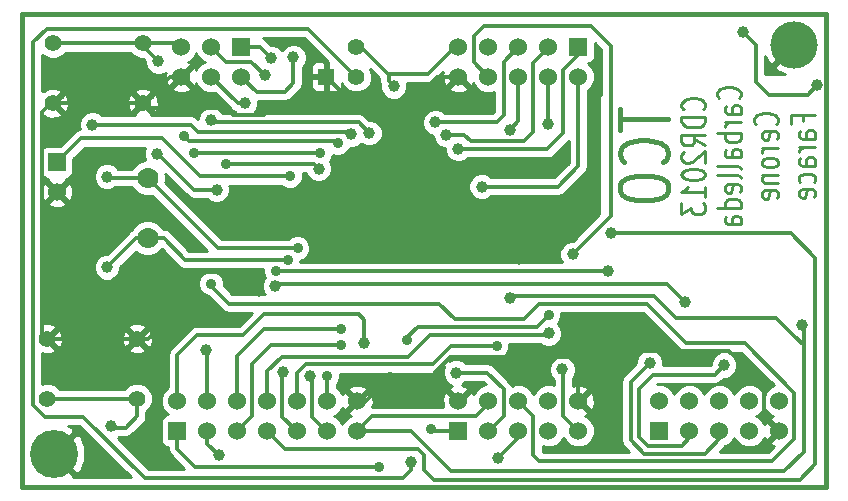
<source format=gbl>
G04 (created by PCBNEW-RS274X (2010-03-14)-final) date Sun 28 Apr 2013 07:55:46 PM ART*
G01*
G70*
G90*
%MOIN*%
G04 Gerber Fmt 3.4, Leading zero omitted, Abs format*
%FSLAX34Y34*%
G04 APERTURE LIST*
%ADD10C,0.006000*%
%ADD11C,0.010000*%
%ADD12C,0.018000*%
%ADD13C,0.015000*%
%ADD14R,0.060000X0.060000*%
%ADD15C,0.060000*%
%ADD16R,0.055000X0.055000*%
%ADD17C,0.055000*%
%ADD18C,0.070000*%
%ADD19C,0.157500*%
%ADD20C,0.160000*%
%ADD21C,0.035000*%
%ADD22C,0.039400*%
%ADD23C,0.012500*%
G04 APERTURE END LIST*
G54D10*
G54D11*
X69578Y-31341D02*
X69616Y-31312D01*
X69654Y-31226D01*
X69654Y-31169D01*
X69616Y-31084D01*
X69540Y-31026D01*
X69463Y-30998D01*
X69311Y-30969D01*
X69197Y-30969D01*
X69044Y-30998D01*
X68968Y-31026D01*
X68892Y-31084D01*
X68854Y-31169D01*
X68854Y-31226D01*
X68892Y-31312D01*
X68930Y-31341D01*
X69654Y-31855D02*
X69235Y-31855D01*
X69159Y-31826D01*
X69120Y-31769D01*
X69120Y-31655D01*
X69159Y-31598D01*
X69616Y-31855D02*
X69654Y-31798D01*
X69654Y-31655D01*
X69616Y-31598D01*
X69540Y-31569D01*
X69463Y-31569D01*
X69387Y-31598D01*
X69349Y-31655D01*
X69349Y-31798D01*
X69311Y-31855D01*
X69654Y-32141D02*
X69120Y-32141D01*
X69273Y-32141D02*
X69197Y-32169D01*
X69159Y-32198D01*
X69120Y-32255D01*
X69120Y-32312D01*
X69654Y-32512D02*
X68854Y-32512D01*
X69159Y-32512D02*
X69120Y-32569D01*
X69120Y-32683D01*
X69159Y-32740D01*
X69197Y-32769D01*
X69273Y-32798D01*
X69501Y-32798D01*
X69578Y-32769D01*
X69616Y-32740D01*
X69654Y-32683D01*
X69654Y-32569D01*
X69616Y-32512D01*
X69654Y-33312D02*
X69235Y-33312D01*
X69159Y-33283D01*
X69120Y-33226D01*
X69120Y-33112D01*
X69159Y-33055D01*
X69616Y-33312D02*
X69654Y-33255D01*
X69654Y-33112D01*
X69616Y-33055D01*
X69540Y-33026D01*
X69463Y-33026D01*
X69387Y-33055D01*
X69349Y-33112D01*
X69349Y-33255D01*
X69311Y-33312D01*
X69654Y-33684D02*
X69616Y-33626D01*
X69540Y-33598D01*
X68854Y-33598D01*
X69654Y-33998D02*
X69616Y-33940D01*
X69540Y-33912D01*
X68854Y-33912D01*
X69616Y-34454D02*
X69654Y-34397D01*
X69654Y-34283D01*
X69616Y-34226D01*
X69540Y-34197D01*
X69235Y-34197D01*
X69159Y-34226D01*
X69120Y-34283D01*
X69120Y-34397D01*
X69159Y-34454D01*
X69235Y-34483D01*
X69311Y-34483D01*
X69387Y-34197D01*
X69654Y-34997D02*
X68854Y-34997D01*
X69616Y-34997D02*
X69654Y-34940D01*
X69654Y-34826D01*
X69616Y-34768D01*
X69578Y-34740D01*
X69501Y-34711D01*
X69273Y-34711D01*
X69197Y-34740D01*
X69159Y-34768D01*
X69120Y-34826D01*
X69120Y-34940D01*
X69159Y-34997D01*
X69654Y-35540D02*
X69235Y-35540D01*
X69159Y-35511D01*
X69120Y-35454D01*
X69120Y-35340D01*
X69159Y-35283D01*
X69616Y-35540D02*
X69654Y-35483D01*
X69654Y-35340D01*
X69616Y-35283D01*
X69540Y-35254D01*
X69463Y-35254D01*
X69387Y-35283D01*
X69349Y-35340D01*
X69349Y-35483D01*
X69311Y-35540D01*
X70818Y-32213D02*
X70856Y-32184D01*
X70894Y-32098D01*
X70894Y-32041D01*
X70856Y-31956D01*
X70780Y-31898D01*
X70703Y-31870D01*
X70551Y-31841D01*
X70437Y-31841D01*
X70284Y-31870D01*
X70208Y-31898D01*
X70132Y-31956D01*
X70094Y-32041D01*
X70094Y-32098D01*
X70132Y-32184D01*
X70170Y-32213D01*
X70856Y-32698D02*
X70894Y-32641D01*
X70894Y-32527D01*
X70856Y-32470D01*
X70780Y-32441D01*
X70475Y-32441D01*
X70399Y-32470D01*
X70360Y-32527D01*
X70360Y-32641D01*
X70399Y-32698D01*
X70475Y-32727D01*
X70551Y-32727D01*
X70627Y-32441D01*
X70894Y-32984D02*
X70360Y-32984D01*
X70513Y-32984D02*
X70437Y-33012D01*
X70399Y-33041D01*
X70360Y-33098D01*
X70360Y-33155D01*
X70894Y-33441D02*
X70856Y-33383D01*
X70818Y-33355D01*
X70741Y-33326D01*
X70513Y-33326D01*
X70437Y-33355D01*
X70399Y-33383D01*
X70360Y-33441D01*
X70360Y-33526D01*
X70399Y-33583D01*
X70437Y-33612D01*
X70513Y-33641D01*
X70741Y-33641D01*
X70818Y-33612D01*
X70856Y-33583D01*
X70894Y-33526D01*
X70894Y-33441D01*
X70360Y-33898D02*
X70894Y-33898D01*
X70437Y-33898D02*
X70399Y-33926D01*
X70360Y-33984D01*
X70360Y-34069D01*
X70399Y-34126D01*
X70475Y-34155D01*
X70894Y-34155D01*
X70856Y-34669D02*
X70894Y-34612D01*
X70894Y-34498D01*
X70856Y-34441D01*
X70780Y-34412D01*
X70475Y-34412D01*
X70399Y-34441D01*
X70360Y-34498D01*
X70360Y-34612D01*
X70399Y-34669D01*
X70475Y-34698D01*
X70551Y-34698D01*
X70627Y-34412D01*
X71715Y-32113D02*
X71715Y-31913D01*
X72134Y-31913D02*
X71334Y-31913D01*
X71334Y-32199D01*
X72134Y-32684D02*
X71715Y-32684D01*
X71639Y-32655D01*
X71600Y-32598D01*
X71600Y-32484D01*
X71639Y-32427D01*
X72096Y-32684D02*
X72134Y-32627D01*
X72134Y-32484D01*
X72096Y-32427D01*
X72020Y-32398D01*
X71943Y-32398D01*
X71867Y-32427D01*
X71829Y-32484D01*
X71829Y-32627D01*
X71791Y-32684D01*
X72134Y-32970D02*
X71600Y-32970D01*
X71753Y-32970D02*
X71677Y-32998D01*
X71639Y-33027D01*
X71600Y-33084D01*
X71600Y-33141D01*
X72134Y-33598D02*
X71715Y-33598D01*
X71639Y-33569D01*
X71600Y-33512D01*
X71600Y-33398D01*
X71639Y-33341D01*
X72096Y-33598D02*
X72134Y-33541D01*
X72134Y-33398D01*
X72096Y-33341D01*
X72020Y-33312D01*
X71943Y-33312D01*
X71867Y-33341D01*
X71829Y-33398D01*
X71829Y-33541D01*
X71791Y-33598D01*
X72096Y-34141D02*
X72134Y-34084D01*
X72134Y-33970D01*
X72096Y-33912D01*
X72058Y-33884D01*
X71981Y-33855D01*
X71753Y-33855D01*
X71677Y-33884D01*
X71639Y-33912D01*
X71600Y-33970D01*
X71600Y-34084D01*
X71639Y-34141D01*
X72096Y-34626D02*
X72134Y-34569D01*
X72134Y-34455D01*
X72096Y-34398D01*
X72020Y-34369D01*
X71715Y-34369D01*
X71639Y-34398D01*
X71600Y-34455D01*
X71600Y-34569D01*
X71639Y-34626D01*
X71715Y-34655D01*
X71791Y-34655D01*
X71867Y-34369D01*
X68396Y-31713D02*
X68434Y-31684D01*
X68472Y-31598D01*
X68472Y-31541D01*
X68434Y-31456D01*
X68358Y-31398D01*
X68281Y-31370D01*
X68129Y-31341D01*
X68015Y-31341D01*
X67862Y-31370D01*
X67786Y-31398D01*
X67710Y-31456D01*
X67672Y-31541D01*
X67672Y-31598D01*
X67710Y-31684D01*
X67748Y-31713D01*
X68472Y-31970D02*
X67672Y-31970D01*
X67672Y-32113D01*
X67710Y-32198D01*
X67786Y-32256D01*
X67862Y-32284D01*
X68015Y-32313D01*
X68129Y-32313D01*
X68281Y-32284D01*
X68358Y-32256D01*
X68434Y-32198D01*
X68472Y-32113D01*
X68472Y-31970D01*
X68472Y-32913D02*
X68091Y-32713D01*
X68472Y-32570D02*
X67672Y-32570D01*
X67672Y-32798D01*
X67710Y-32856D01*
X67748Y-32884D01*
X67824Y-32913D01*
X67938Y-32913D01*
X68015Y-32884D01*
X68053Y-32856D01*
X68091Y-32798D01*
X68091Y-32570D01*
X67748Y-33141D02*
X67710Y-33170D01*
X67672Y-33227D01*
X67672Y-33370D01*
X67710Y-33427D01*
X67748Y-33456D01*
X67824Y-33484D01*
X67900Y-33484D01*
X68015Y-33456D01*
X68472Y-33113D01*
X68472Y-33484D01*
X67672Y-33855D02*
X67672Y-33912D01*
X67710Y-33969D01*
X67748Y-33998D01*
X67824Y-34027D01*
X67977Y-34055D01*
X68167Y-34055D01*
X68319Y-34027D01*
X68396Y-33998D01*
X68434Y-33969D01*
X68472Y-33912D01*
X68472Y-33855D01*
X68434Y-33798D01*
X68396Y-33769D01*
X68319Y-33741D01*
X68167Y-33712D01*
X67977Y-33712D01*
X67824Y-33741D01*
X67748Y-33769D01*
X67710Y-33798D01*
X67672Y-33855D01*
X68472Y-34626D02*
X68472Y-34283D01*
X68472Y-34455D02*
X67672Y-34455D01*
X67786Y-34398D01*
X67862Y-34340D01*
X67900Y-34283D01*
X67672Y-34826D02*
X67672Y-35197D01*
X67977Y-34997D01*
X67977Y-35083D01*
X68015Y-35140D01*
X68053Y-35169D01*
X68129Y-35197D01*
X68319Y-35197D01*
X68396Y-35169D01*
X68434Y-35140D01*
X68472Y-35083D01*
X68472Y-34911D01*
X68434Y-34854D01*
X68396Y-34826D01*
G54D12*
X65622Y-31698D02*
X65622Y-32384D01*
X67222Y-32041D02*
X65622Y-32041D01*
X67069Y-33469D02*
X67145Y-33412D01*
X67222Y-33241D01*
X67222Y-33127D01*
X67145Y-32955D01*
X66993Y-32841D01*
X66841Y-32784D01*
X66536Y-32727D01*
X66307Y-32727D01*
X66003Y-32784D01*
X65850Y-32841D01*
X65698Y-32955D01*
X65622Y-33127D01*
X65622Y-33241D01*
X65698Y-33412D01*
X65774Y-33469D01*
X65622Y-34212D02*
X65622Y-34441D01*
X65698Y-34555D01*
X65850Y-34669D01*
X66155Y-34727D01*
X66688Y-34727D01*
X66993Y-34669D01*
X67145Y-34555D01*
X67222Y-34441D01*
X67222Y-34212D01*
X67145Y-34098D01*
X66993Y-33984D01*
X66688Y-33927D01*
X66155Y-33927D01*
X65850Y-33984D01*
X65698Y-34098D01*
X65622Y-34212D01*
G54D13*
X45708Y-28544D02*
X45708Y-44292D01*
X72479Y-28544D02*
X45708Y-28544D01*
X72479Y-28938D02*
X72479Y-28544D01*
X72479Y-44292D02*
X72479Y-28938D01*
X45708Y-44292D02*
X72479Y-44292D01*
G54D14*
X50869Y-42430D03*
G54D15*
X50869Y-41430D03*
X51869Y-42430D03*
X51869Y-41430D03*
X52869Y-42430D03*
X52869Y-41430D03*
X53869Y-42430D03*
X53869Y-41430D03*
X54869Y-42430D03*
X54869Y-41430D03*
X55869Y-42430D03*
X55869Y-41430D03*
X56869Y-42430D03*
X56869Y-41430D03*
G54D16*
X55837Y-30619D03*
G54D17*
X56837Y-30619D03*
X56837Y-29619D03*
X46727Y-31503D03*
X46727Y-29503D03*
X49727Y-31503D03*
X49727Y-29503D03*
X49530Y-39355D03*
X49530Y-41355D03*
X46530Y-39355D03*
X46530Y-41355D03*
G54D14*
X66936Y-42430D03*
G54D15*
X66936Y-41430D03*
X67936Y-42430D03*
X67936Y-41430D03*
X68936Y-42430D03*
X68936Y-41430D03*
X69936Y-42430D03*
X69936Y-41430D03*
X70936Y-42430D03*
X70936Y-41430D03*
G54D14*
X60243Y-42430D03*
G54D15*
X60243Y-41430D03*
X61243Y-42430D03*
X61243Y-41430D03*
X62243Y-42430D03*
X62243Y-41430D03*
X63243Y-42430D03*
X63243Y-41430D03*
X64243Y-42430D03*
X64243Y-41430D03*
G54D14*
X64243Y-29619D03*
G54D15*
X64243Y-30619D03*
X63243Y-29619D03*
X63243Y-30619D03*
X62243Y-29619D03*
X62243Y-30619D03*
X61243Y-29619D03*
X61243Y-30619D03*
X60243Y-29619D03*
X60243Y-30619D03*
G54D14*
X53007Y-29619D03*
G54D15*
X53007Y-30619D03*
X52007Y-29619D03*
X52007Y-30619D03*
X51007Y-29619D03*
X51007Y-30619D03*
G54D14*
X46859Y-33467D03*
G54D15*
X46859Y-34467D03*
G54D18*
X49881Y-36001D03*
X49881Y-34001D03*
G54D19*
X71416Y-29568D03*
G54D20*
X46771Y-43190D03*
G54D21*
X54626Y-33937D03*
G54D22*
X69723Y-29135D03*
X54743Y-29981D03*
X61948Y-37983D03*
X71693Y-38898D03*
X72204Y-30906D03*
X58089Y-30946D03*
X69094Y-40236D03*
X66614Y-40157D03*
X48661Y-42264D03*
X56673Y-32539D03*
X48040Y-32225D03*
X53996Y-30000D03*
G54D21*
X52489Y-33534D03*
G54D22*
X55580Y-33682D03*
X53130Y-31496D03*
G54D21*
X51091Y-32609D03*
G54D22*
X52244Y-43228D03*
G54D21*
X56220Y-32835D03*
X57607Y-43623D03*
G54D22*
X52008Y-32067D03*
X54390Y-40472D03*
X57264Y-32500D03*
X55295Y-40610D03*
G54D21*
X56328Y-39578D03*
G54D22*
X65335Y-35827D03*
G54D21*
X55630Y-33150D03*
X51417Y-33150D03*
G54D22*
X51831Y-39744D03*
X57087Y-39488D03*
G54D21*
X61516Y-39606D03*
X55866Y-40591D03*
X56318Y-39046D03*
G54D22*
X63248Y-39173D03*
G54D21*
X51987Y-37521D03*
G54D22*
X50196Y-33190D03*
X50235Y-30109D03*
X52184Y-34391D03*
G54D21*
X54152Y-37097D03*
G54D22*
X65235Y-37107D03*
X53799Y-30571D03*
X61022Y-34282D03*
X63228Y-32185D03*
X61949Y-32382D03*
X60236Y-33031D03*
X59823Y-32559D03*
X59469Y-32146D03*
G54D21*
X63248Y-38563D03*
G54D22*
X64055Y-36535D03*
G54D21*
X58542Y-39390D03*
X59339Y-42373D03*
G54D22*
X63701Y-40374D03*
X60157Y-40492D03*
X61575Y-43327D03*
X67794Y-38131D03*
X54143Y-37599D03*
X69862Y-40374D03*
X62253Y-36704D03*
G54D21*
X57972Y-40630D03*
G54D22*
X53601Y-37776D03*
G54D21*
X53759Y-35778D03*
G54D22*
X57912Y-32383D03*
X46969Y-35669D03*
X58670Y-43465D03*
X48524Y-36969D03*
G54D21*
X54546Y-36723D03*
G54D22*
X48524Y-33957D03*
G54D21*
X54881Y-36339D03*
G54D23*
X71752Y-43130D02*
X71752Y-39626D01*
X60001Y-43780D02*
X71102Y-43780D01*
X71102Y-43780D02*
X71752Y-43130D01*
X56869Y-42430D02*
X58651Y-42430D01*
X61998Y-37983D02*
X62045Y-37936D01*
X70827Y-38652D02*
X67490Y-38652D01*
X70827Y-38652D02*
X70835Y-38652D01*
X70835Y-38652D02*
X71436Y-39253D01*
X71752Y-39569D02*
X71436Y-39253D01*
X71752Y-39626D02*
X71752Y-39569D01*
X61948Y-37983D02*
X61998Y-37983D01*
X58651Y-42430D02*
X60001Y-43780D01*
X54743Y-29981D02*
X54743Y-30848D01*
X53510Y-31122D02*
X53007Y-30619D01*
X50353Y-32678D02*
X47648Y-32678D01*
X47648Y-32678D02*
X46859Y-33467D01*
X52480Y-33938D02*
X51613Y-33938D01*
X70156Y-30749D02*
X70156Y-29568D01*
X54625Y-33938D02*
X54626Y-33937D01*
X62045Y-37936D02*
X63642Y-37936D01*
X51613Y-33938D02*
X51146Y-33471D01*
X70156Y-30788D02*
X70589Y-31221D01*
X70156Y-29568D02*
X69723Y-29135D01*
X71693Y-38898D02*
X71752Y-38957D01*
X60825Y-41940D02*
X57359Y-41940D01*
X71752Y-38957D02*
X71752Y-39587D01*
X57359Y-41940D02*
X56869Y-42430D01*
X70589Y-31221D02*
X71889Y-31221D01*
X71889Y-31221D02*
X72204Y-30906D01*
X54743Y-30848D02*
X54469Y-31122D01*
X63642Y-37936D02*
X66774Y-37936D01*
X70156Y-30749D02*
X70156Y-30788D01*
X54469Y-31122D02*
X53510Y-31122D01*
X52480Y-33938D02*
X54625Y-33938D01*
X61243Y-41522D02*
X60825Y-41940D01*
X61243Y-41430D02*
X61243Y-41522D01*
X51146Y-33471D02*
X50353Y-32678D01*
X66774Y-37936D02*
X67490Y-38652D01*
X59221Y-30523D02*
X60125Y-29619D01*
X57912Y-30523D02*
X57912Y-30769D01*
X57912Y-30769D02*
X58089Y-30946D01*
X57893Y-30523D02*
X57912Y-30523D01*
X56837Y-29619D02*
X56989Y-29619D01*
X57912Y-30523D02*
X59221Y-30523D01*
X56989Y-29619D02*
X57893Y-30523D01*
X60125Y-29619D02*
X60243Y-29619D01*
X67936Y-42430D02*
X67936Y-42675D01*
X66733Y-40551D02*
X66260Y-41024D01*
X66260Y-41024D02*
X66260Y-42638D01*
X66555Y-42933D02*
X66260Y-42638D01*
X69094Y-40236D02*
X68779Y-40551D01*
X68779Y-40551D02*
X66733Y-40551D01*
X67936Y-42675D02*
X67678Y-42933D01*
X67678Y-42933D02*
X66555Y-42933D01*
X68447Y-43186D02*
X66434Y-43186D01*
X68936Y-42697D02*
X68447Y-43186D01*
X66434Y-43186D02*
X65984Y-42736D01*
X66614Y-40157D02*
X65984Y-40787D01*
X65984Y-40787D02*
X65984Y-42736D01*
X68936Y-42430D02*
X68936Y-42697D01*
X51320Y-32225D02*
X48040Y-32225D01*
X49530Y-41946D02*
X49530Y-41355D01*
X56595Y-32461D02*
X51556Y-32461D01*
X48661Y-42264D02*
X48720Y-42323D01*
X49153Y-42323D02*
X49530Y-41946D01*
X48720Y-42323D02*
X49153Y-42323D01*
X51556Y-32461D02*
X51320Y-32225D01*
X46530Y-41355D02*
X49530Y-41355D01*
X56673Y-32539D02*
X56595Y-32461D01*
X53615Y-29619D02*
X53007Y-29619D01*
X53996Y-30000D02*
X53615Y-29619D01*
X53130Y-31496D02*
X52884Y-31496D01*
X55432Y-33534D02*
X52489Y-33534D01*
X55580Y-33682D02*
X55432Y-33534D01*
X52884Y-31496D02*
X52007Y-30619D01*
X56220Y-32835D02*
X56161Y-32776D01*
X56161Y-32776D02*
X52224Y-32776D01*
X51258Y-32776D02*
X51091Y-32609D01*
X52224Y-32776D02*
X51258Y-32776D01*
X51869Y-42853D02*
X51869Y-42430D01*
X52244Y-43228D02*
X51869Y-42853D01*
X50869Y-43015D02*
X51476Y-43622D01*
X50869Y-42430D02*
X50869Y-43015D01*
X57606Y-43622D02*
X57607Y-43623D01*
X51476Y-43622D02*
X57606Y-43622D01*
X54869Y-42430D02*
X54851Y-42430D01*
X54851Y-42430D02*
X54370Y-41949D01*
X54370Y-40492D02*
X54390Y-40472D01*
X54370Y-41949D02*
X54370Y-40492D01*
X57264Y-32500D02*
X56910Y-32146D01*
X56910Y-32146D02*
X52087Y-32146D01*
X52087Y-32146D02*
X52008Y-32067D01*
X55374Y-41969D02*
X55374Y-40689D01*
X55835Y-42430D02*
X55374Y-41969D01*
X55374Y-40689D02*
X55295Y-40610D01*
X55869Y-42430D02*
X55835Y-42430D01*
X53366Y-41933D02*
X52869Y-42430D01*
X56328Y-39578D02*
X53985Y-39578D01*
X53985Y-39578D02*
X53366Y-40197D01*
X53366Y-40197D02*
X53366Y-41933D01*
X72126Y-36653D02*
X72126Y-37717D01*
X65345Y-35837D02*
X66211Y-35837D01*
X71310Y-35837D02*
X72126Y-36653D01*
X65335Y-35827D02*
X65345Y-35837D01*
X72126Y-43543D02*
X72126Y-40630D01*
X72126Y-40630D02*
X72126Y-37717D01*
X66211Y-35837D02*
X71310Y-35837D01*
X58897Y-43031D02*
X59094Y-43228D01*
X71614Y-44055D02*
X72126Y-43543D01*
X58720Y-43031D02*
X54470Y-43031D01*
X59094Y-43228D02*
X59094Y-43720D01*
X72126Y-40374D02*
X72126Y-40354D01*
X58720Y-43031D02*
X58897Y-43031D01*
X72126Y-40630D02*
X72126Y-40374D01*
X59429Y-44055D02*
X71614Y-44055D01*
X59094Y-43720D02*
X59429Y-44055D01*
X54470Y-43031D02*
X53869Y-42430D01*
X51869Y-39782D02*
X51831Y-39744D01*
X52362Y-33150D02*
X51772Y-33150D01*
X55630Y-33150D02*
X52362Y-33150D01*
X51869Y-41430D02*
X51869Y-39782D01*
X51772Y-33150D02*
X51417Y-33150D01*
X51772Y-33150D02*
X51710Y-33150D01*
X56910Y-38543D02*
X55591Y-38543D01*
X53761Y-38543D02*
X53072Y-39232D01*
X57087Y-39488D02*
X57087Y-38720D01*
X55591Y-38543D02*
X53761Y-38543D01*
X51535Y-39232D02*
X50869Y-39898D01*
X50869Y-39898D02*
X50869Y-41430D01*
X53072Y-39232D02*
X51535Y-39232D01*
X57087Y-38720D02*
X56910Y-38543D01*
X56772Y-40208D02*
X56398Y-40208D01*
X55147Y-40208D02*
X54869Y-40486D01*
X59980Y-39606D02*
X59378Y-40208D01*
X56398Y-40208D02*
X55147Y-40208D01*
X54869Y-40486D02*
X54869Y-41430D01*
X59378Y-40208D02*
X56772Y-40208D01*
X61516Y-39606D02*
X59980Y-39606D01*
X55869Y-40594D02*
X55866Y-40591D01*
X55869Y-41430D02*
X55869Y-40594D01*
X53749Y-39046D02*
X52869Y-39926D01*
X56318Y-39046D02*
X56298Y-39026D01*
X52869Y-39926D02*
X52869Y-41430D01*
X56318Y-39046D02*
X53749Y-39046D01*
X59292Y-39232D02*
X58569Y-39955D01*
X53869Y-40442D02*
X54356Y-39955D01*
X63248Y-39173D02*
X63189Y-39232D01*
X63189Y-39232D02*
X59292Y-39232D01*
X54356Y-39955D02*
X58569Y-39955D01*
X53869Y-41430D02*
X53869Y-40442D01*
X51987Y-37521D02*
X51987Y-37597D01*
X69469Y-39508D02*
X69469Y-39511D01*
X52579Y-38189D02*
X59606Y-38189D01*
X71437Y-41161D02*
X69784Y-39508D01*
X62927Y-43439D02*
X69390Y-43439D01*
X69390Y-43439D02*
X70695Y-43439D01*
X51987Y-37597D02*
X52579Y-38189D01*
X67838Y-39511D02*
X69469Y-39511D01*
X70695Y-43439D02*
X71437Y-42697D01*
X62736Y-42382D02*
X62736Y-43248D01*
X63268Y-38189D02*
X66516Y-38189D01*
X62736Y-43248D02*
X62927Y-43439D01*
X66516Y-38189D02*
X67838Y-39511D01*
X50235Y-30109D02*
X49727Y-29601D01*
X52184Y-34391D02*
X51436Y-34391D01*
X60118Y-38701D02*
X60728Y-38701D01*
X62933Y-38189D02*
X63268Y-38189D01*
X49727Y-29503D02*
X50891Y-29503D01*
X49727Y-29601D02*
X49727Y-29503D01*
X60728Y-38701D02*
X62421Y-38701D01*
X71437Y-42697D02*
X71437Y-41161D01*
X69784Y-39508D02*
X69469Y-39508D01*
X62421Y-38701D02*
X62933Y-38189D01*
X59606Y-38189D02*
X60118Y-38701D01*
X50235Y-33190D02*
X50196Y-33190D01*
X50891Y-29503D02*
X51007Y-29619D01*
X51436Y-34391D02*
X50235Y-33190D01*
X62736Y-41923D02*
X62243Y-41430D01*
X62736Y-42382D02*
X62736Y-41923D01*
X46727Y-29503D02*
X49727Y-29503D01*
X62087Y-37107D02*
X65235Y-37107D01*
X54162Y-37107D02*
X61476Y-37107D01*
X54152Y-37097D02*
X54162Y-37107D01*
X61476Y-37107D02*
X62087Y-37107D01*
X52503Y-30115D02*
X52007Y-29619D01*
X53799Y-30571D02*
X53343Y-30115D01*
X53343Y-30115D02*
X52503Y-30115D01*
X64243Y-33612D02*
X64243Y-30619D01*
X63573Y-34282D02*
X64243Y-33612D01*
X61022Y-34282D02*
X63573Y-34282D01*
X63228Y-32185D02*
X63243Y-32170D01*
X63243Y-32170D02*
X63243Y-30619D01*
X61949Y-32382D02*
X62243Y-32088D01*
X62243Y-32088D02*
X62243Y-30619D01*
X60236Y-33031D02*
X63209Y-33031D01*
X63209Y-33031D02*
X63740Y-32500D01*
X63740Y-30394D02*
X63740Y-30827D01*
X64243Y-29619D02*
X64243Y-29891D01*
X64243Y-29891D02*
X63740Y-30394D01*
X63740Y-30827D02*
X63740Y-32500D01*
X63243Y-29671D02*
X62736Y-30178D01*
X62736Y-31220D02*
X62736Y-32145D01*
X63243Y-29619D02*
X63243Y-29671D01*
X62736Y-30178D02*
X62736Y-31220D01*
X59823Y-32559D02*
X59834Y-32570D01*
X60433Y-32559D02*
X60652Y-32778D01*
X60652Y-32778D02*
X62419Y-32778D01*
X62419Y-32778D02*
X62736Y-32461D01*
X62736Y-32461D02*
X62736Y-32145D01*
X59823Y-32559D02*
X60433Y-32559D01*
X62243Y-29619D02*
X62243Y-29647D01*
X61752Y-31043D02*
X61752Y-31909D01*
X61752Y-30138D02*
X61752Y-31043D01*
X62243Y-29647D02*
X61752Y-30138D01*
X61752Y-31909D02*
X61515Y-32146D01*
X61515Y-32146D02*
X59469Y-32146D01*
X60748Y-30124D02*
X61243Y-30619D01*
X65315Y-29587D02*
X65315Y-33287D01*
X62857Y-38954D02*
X63248Y-38563D01*
X65315Y-35275D02*
X64055Y-36535D01*
X65315Y-33287D02*
X65315Y-33858D01*
X63681Y-28937D02*
X61083Y-28937D01*
X64665Y-28937D02*
X65315Y-29587D01*
X58901Y-38954D02*
X62857Y-38954D01*
X63681Y-28937D02*
X64665Y-28937D01*
X61083Y-28937D02*
X60748Y-29272D01*
X65315Y-33858D02*
X65315Y-35275D01*
X58542Y-39313D02*
X58901Y-38954D01*
X58542Y-39390D02*
X58542Y-39313D01*
X60748Y-29272D02*
X60748Y-30124D01*
X59396Y-42430D02*
X60243Y-42430D01*
X59339Y-42373D02*
X59396Y-42430D01*
X63740Y-40413D02*
X63740Y-41927D01*
X63740Y-41927D02*
X64243Y-42430D01*
X63701Y-40374D02*
X63740Y-40413D01*
X61752Y-41929D02*
X61752Y-41043D01*
X61251Y-42430D02*
X61752Y-41929D01*
X61201Y-40492D02*
X60157Y-40492D01*
X61752Y-41043D02*
X61201Y-40492D01*
X61243Y-42430D02*
X61251Y-42430D01*
X62243Y-42659D02*
X62243Y-42430D01*
X61575Y-43327D02*
X62243Y-42659D01*
X54212Y-37530D02*
X61555Y-37530D01*
X62362Y-37530D02*
X64803Y-37530D01*
X61555Y-37530D02*
X62362Y-37530D01*
X54143Y-37599D02*
X54212Y-37530D01*
X67193Y-37530D02*
X67794Y-38131D01*
X64803Y-37530D02*
X67193Y-37530D01*
X49897Y-31673D02*
X49727Y-31503D01*
X58484Y-31673D02*
X57047Y-31673D01*
X59538Y-30619D02*
X58484Y-31673D01*
X57912Y-32245D02*
X58484Y-31673D01*
X46358Y-35020D02*
X46358Y-39183D01*
X52497Y-31673D02*
X52717Y-31893D01*
X52717Y-31893D02*
X53757Y-31893D01*
X58661Y-40630D02*
X59443Y-40630D01*
X56891Y-31673D02*
X55837Y-30619D01*
X57047Y-31673D02*
X53977Y-31673D01*
X46727Y-31503D02*
X46667Y-31503D01*
X70453Y-41220D02*
X70432Y-41220D01*
X53757Y-31893D02*
X53977Y-31673D01*
X51713Y-31673D02*
X52497Y-31673D01*
X57136Y-35778D02*
X60510Y-35778D01*
X51713Y-31673D02*
X49897Y-31673D01*
X46358Y-33966D02*
X46859Y-34467D01*
X46358Y-35058D02*
X46969Y-35669D01*
X49530Y-39355D02*
X49896Y-39355D01*
X53601Y-37776D02*
X52972Y-37147D01*
X52972Y-37147D02*
X50865Y-37147D01*
X59965Y-39980D02*
X64547Y-39980D01*
X49896Y-39355D02*
X50245Y-39006D01*
X68445Y-39764D02*
X69252Y-39764D01*
X69252Y-39764D02*
X69862Y-40374D01*
X46358Y-35020D02*
X46358Y-35058D01*
X70432Y-41926D02*
X70936Y-42430D01*
X59443Y-40630D02*
X60243Y-41430D01*
X57972Y-40630D02*
X58425Y-40630D01*
X58425Y-40630D02*
X58661Y-40630D01*
X46667Y-31503D02*
X46358Y-31812D01*
X46358Y-31812D02*
X46358Y-35020D01*
X64547Y-39980D02*
X64763Y-39764D01*
X70432Y-41220D02*
X70432Y-41926D01*
X60243Y-30619D02*
X59538Y-30619D01*
X46358Y-39183D02*
X46530Y-39355D01*
X70432Y-40944D02*
X70432Y-41199D01*
X57912Y-32383D02*
X57912Y-35002D01*
X57912Y-35002D02*
X57136Y-35778D01*
X70432Y-41199D02*
X70453Y-41220D01*
X57047Y-31673D02*
X56891Y-31673D01*
X66240Y-39764D02*
X68445Y-39764D01*
X46358Y-31812D02*
X46358Y-33966D01*
X59315Y-40630D02*
X59965Y-39980D01*
X64763Y-39764D02*
X66240Y-39764D01*
X58425Y-40630D02*
X59315Y-40630D01*
X57912Y-32383D02*
X57912Y-32245D01*
X53759Y-35778D02*
X57136Y-35778D01*
X60510Y-35778D02*
X61436Y-36704D01*
X46727Y-31503D02*
X49727Y-31503D01*
X61436Y-36704D02*
X62253Y-36704D01*
X46530Y-39355D02*
X49530Y-39355D01*
X50245Y-38465D02*
X50245Y-39006D01*
X50865Y-37147D02*
X50245Y-37767D01*
X50611Y-30619D02*
X49727Y-31503D01*
X64243Y-40284D02*
X64547Y-39980D01*
X64243Y-41430D02*
X64243Y-40284D01*
X50245Y-37767D02*
X50245Y-38465D01*
X51007Y-30619D02*
X50611Y-30619D01*
X57972Y-40630D02*
X57172Y-41430D01*
X57172Y-41430D02*
X56869Y-41430D01*
X69862Y-40374D02*
X70432Y-40944D01*
X46063Y-29468D02*
X46515Y-29016D01*
X55234Y-29016D02*
X56837Y-30619D01*
X58670Y-43732D02*
X58406Y-43996D01*
X46063Y-41555D02*
X46457Y-41949D01*
X47737Y-41949D02*
X46457Y-41949D01*
X49784Y-43996D02*
X47737Y-41949D01*
X58406Y-43996D02*
X49784Y-43996D01*
X46063Y-30413D02*
X46063Y-41555D01*
X46515Y-29016D02*
X55234Y-29016D01*
X58670Y-43465D02*
X58670Y-43732D01*
X46063Y-30413D02*
X46063Y-29468D01*
X51476Y-36733D02*
X51142Y-36733D01*
X54536Y-36733D02*
X51731Y-36733D01*
X54546Y-36723D02*
X54536Y-36733D01*
X51731Y-36733D02*
X51476Y-36733D01*
X49492Y-36001D02*
X48524Y-36969D01*
X49881Y-36001D02*
X49492Y-36001D01*
X50410Y-36001D02*
X51142Y-36733D01*
X49881Y-36001D02*
X50410Y-36001D01*
X49881Y-34001D02*
X48568Y-34001D01*
X48568Y-34001D02*
X48524Y-33957D01*
X54881Y-36339D02*
X52219Y-36339D01*
X52219Y-36339D02*
X49881Y-34001D01*
G54D10*
G36*
X49313Y-43967D02*
X47801Y-43967D01*
X47801Y-43386D01*
X47798Y-42976D01*
X47648Y-42614D01*
X47504Y-42528D01*
X46842Y-43190D01*
X47504Y-43852D01*
X47648Y-43766D01*
X47801Y-43386D01*
X47801Y-43967D01*
X47406Y-43967D01*
X47433Y-43923D01*
X46806Y-43296D01*
X46771Y-43261D01*
X46700Y-43190D01*
X46771Y-43119D01*
X46806Y-43084D01*
X47433Y-42457D01*
X47347Y-42313D01*
X47217Y-42261D01*
X47607Y-42261D01*
X49313Y-43967D01*
X49313Y-43967D01*
G37*
G54D11*
X49313Y-43967D02*
X47801Y-43967D01*
X47801Y-43386D01*
X47798Y-42976D01*
X47648Y-42614D01*
X47504Y-42528D01*
X46842Y-43190D01*
X47504Y-43852D01*
X47648Y-43766D01*
X47801Y-43386D01*
X47801Y-43967D01*
X47406Y-43967D01*
X47433Y-43923D01*
X46806Y-43296D01*
X46771Y-43261D01*
X46700Y-43190D01*
X46771Y-43119D01*
X46806Y-43084D01*
X47433Y-42457D01*
X47347Y-42313D01*
X47217Y-42261D01*
X47607Y-42261D01*
X49313Y-43967D01*
G54D10*
G36*
X52837Y-31834D02*
X52393Y-31834D01*
X52386Y-31815D01*
X52261Y-31689D01*
X52097Y-31621D01*
X51920Y-31621D01*
X51756Y-31689D01*
X51630Y-31814D01*
X51562Y-31978D01*
X51562Y-32025D01*
X51541Y-32004D01*
X51440Y-31937D01*
X51320Y-31912D01*
X51315Y-31913D01*
X51315Y-30997D01*
X51007Y-30690D01*
X50699Y-30997D01*
X50726Y-31091D01*
X50928Y-31162D01*
X51141Y-31151D01*
X51288Y-31091D01*
X51315Y-30997D01*
X51315Y-31913D01*
X50246Y-31913D01*
X50246Y-31577D01*
X50235Y-31373D01*
X50179Y-31236D01*
X50088Y-31213D01*
X50017Y-31284D01*
X50017Y-31142D01*
X49994Y-31051D01*
X49801Y-30984D01*
X49597Y-30995D01*
X49460Y-31051D01*
X49437Y-31142D01*
X49727Y-31432D01*
X50017Y-31142D01*
X50017Y-31284D01*
X49798Y-31503D01*
X50088Y-31793D01*
X50179Y-31770D01*
X50246Y-31577D01*
X50246Y-31913D01*
X50004Y-31913D01*
X50017Y-31864D01*
X49727Y-31574D01*
X49656Y-31645D01*
X49656Y-31503D01*
X49366Y-31213D01*
X49275Y-31236D01*
X49208Y-31429D01*
X49219Y-31633D01*
X49275Y-31770D01*
X49366Y-31793D01*
X49656Y-31503D01*
X49656Y-31645D01*
X49437Y-31864D01*
X49449Y-31913D01*
X48358Y-31913D01*
X48293Y-31847D01*
X48129Y-31779D01*
X47952Y-31779D01*
X47788Y-31847D01*
X47662Y-31972D01*
X47594Y-32136D01*
X47594Y-32313D01*
X47618Y-32371D01*
X47529Y-32390D01*
X47427Y-32457D01*
X47425Y-32459D01*
X47246Y-32638D01*
X47246Y-31577D01*
X47235Y-31373D01*
X47179Y-31236D01*
X47088Y-31213D01*
X47017Y-31284D01*
X46798Y-31503D01*
X47088Y-31793D01*
X47179Y-31770D01*
X47246Y-31577D01*
X47246Y-32638D01*
X47017Y-32867D01*
X46966Y-32918D01*
X46510Y-32918D01*
X46418Y-32956D01*
X46375Y-32999D01*
X46375Y-31906D01*
X46420Y-31951D01*
X46451Y-31919D01*
X46460Y-31955D01*
X46653Y-32022D01*
X46857Y-32011D01*
X46994Y-31955D01*
X47017Y-31864D01*
X46762Y-31609D01*
X46727Y-31574D01*
X46656Y-31503D01*
X46727Y-31432D01*
X46762Y-31397D01*
X47017Y-31142D01*
X46994Y-31051D01*
X46801Y-30984D01*
X46597Y-30995D01*
X46460Y-31051D01*
X46451Y-31086D01*
X46420Y-31055D01*
X46375Y-31100D01*
X46375Y-30413D01*
X46375Y-29893D01*
X46429Y-29948D01*
X46622Y-30028D01*
X46831Y-30028D01*
X47024Y-29948D01*
X47157Y-29815D01*
X49296Y-29815D01*
X49429Y-29948D01*
X49622Y-30028D01*
X49712Y-30028D01*
X49789Y-30104D01*
X49789Y-30197D01*
X49857Y-30361D01*
X49982Y-30487D01*
X50146Y-30555D01*
X50323Y-30555D01*
X50481Y-30489D01*
X50464Y-30540D01*
X50475Y-30753D01*
X50535Y-30900D01*
X50629Y-30927D01*
X50901Y-30654D01*
X50936Y-30619D01*
X51007Y-30548D01*
X51042Y-30513D01*
X51315Y-30241D01*
X51288Y-30147D01*
X51222Y-30123D01*
X51318Y-30084D01*
X51472Y-29930D01*
X51507Y-29845D01*
X51542Y-29930D01*
X51696Y-30084D01*
X51780Y-30119D01*
X51696Y-30154D01*
X51542Y-30308D01*
X51504Y-30399D01*
X51479Y-30338D01*
X51385Y-30311D01*
X51078Y-30619D01*
X51385Y-30927D01*
X51479Y-30900D01*
X51502Y-30834D01*
X51542Y-30930D01*
X51696Y-31084D01*
X51898Y-31168D01*
X52114Y-31168D01*
X52661Y-31714D01*
X52663Y-31717D01*
X52723Y-31757D01*
X52764Y-31784D01*
X52765Y-31784D01*
X52793Y-31789D01*
X52837Y-31834D01*
X52837Y-31834D01*
G37*
G54D11*
X52837Y-31834D02*
X52393Y-31834D01*
X52386Y-31815D01*
X52261Y-31689D01*
X52097Y-31621D01*
X51920Y-31621D01*
X51756Y-31689D01*
X51630Y-31814D01*
X51562Y-31978D01*
X51562Y-32025D01*
X51541Y-32004D01*
X51440Y-31937D01*
X51320Y-31912D01*
X51315Y-31913D01*
X51315Y-30997D01*
X51007Y-30690D01*
X50699Y-30997D01*
X50726Y-31091D01*
X50928Y-31162D01*
X51141Y-31151D01*
X51288Y-31091D01*
X51315Y-30997D01*
X51315Y-31913D01*
X50246Y-31913D01*
X50246Y-31577D01*
X50235Y-31373D01*
X50179Y-31236D01*
X50088Y-31213D01*
X50017Y-31284D01*
X50017Y-31142D01*
X49994Y-31051D01*
X49801Y-30984D01*
X49597Y-30995D01*
X49460Y-31051D01*
X49437Y-31142D01*
X49727Y-31432D01*
X50017Y-31142D01*
X50017Y-31284D01*
X49798Y-31503D01*
X50088Y-31793D01*
X50179Y-31770D01*
X50246Y-31577D01*
X50246Y-31913D01*
X50004Y-31913D01*
X50017Y-31864D01*
X49727Y-31574D01*
X49656Y-31645D01*
X49656Y-31503D01*
X49366Y-31213D01*
X49275Y-31236D01*
X49208Y-31429D01*
X49219Y-31633D01*
X49275Y-31770D01*
X49366Y-31793D01*
X49656Y-31503D01*
X49656Y-31645D01*
X49437Y-31864D01*
X49449Y-31913D01*
X48358Y-31913D01*
X48293Y-31847D01*
X48129Y-31779D01*
X47952Y-31779D01*
X47788Y-31847D01*
X47662Y-31972D01*
X47594Y-32136D01*
X47594Y-32313D01*
X47618Y-32371D01*
X47529Y-32390D01*
X47427Y-32457D01*
X47425Y-32459D01*
X47246Y-32638D01*
X47246Y-31577D01*
X47235Y-31373D01*
X47179Y-31236D01*
X47088Y-31213D01*
X47017Y-31284D01*
X46798Y-31503D01*
X47088Y-31793D01*
X47179Y-31770D01*
X47246Y-31577D01*
X47246Y-32638D01*
X47017Y-32867D01*
X46966Y-32918D01*
X46510Y-32918D01*
X46418Y-32956D01*
X46375Y-32999D01*
X46375Y-31906D01*
X46420Y-31951D01*
X46451Y-31919D01*
X46460Y-31955D01*
X46653Y-32022D01*
X46857Y-32011D01*
X46994Y-31955D01*
X47017Y-31864D01*
X46762Y-31609D01*
X46727Y-31574D01*
X46656Y-31503D01*
X46727Y-31432D01*
X46762Y-31397D01*
X47017Y-31142D01*
X46994Y-31051D01*
X46801Y-30984D01*
X46597Y-30995D01*
X46460Y-31051D01*
X46451Y-31086D01*
X46420Y-31055D01*
X46375Y-31100D01*
X46375Y-30413D01*
X46375Y-29893D01*
X46429Y-29948D01*
X46622Y-30028D01*
X46831Y-30028D01*
X47024Y-29948D01*
X47157Y-29815D01*
X49296Y-29815D01*
X49429Y-29948D01*
X49622Y-30028D01*
X49712Y-30028D01*
X49789Y-30104D01*
X49789Y-30197D01*
X49857Y-30361D01*
X49982Y-30487D01*
X50146Y-30555D01*
X50323Y-30555D01*
X50481Y-30489D01*
X50464Y-30540D01*
X50475Y-30753D01*
X50535Y-30900D01*
X50629Y-30927D01*
X50901Y-30654D01*
X50936Y-30619D01*
X51007Y-30548D01*
X51042Y-30513D01*
X51315Y-30241D01*
X51288Y-30147D01*
X51222Y-30123D01*
X51318Y-30084D01*
X51472Y-29930D01*
X51507Y-29845D01*
X51542Y-29930D01*
X51696Y-30084D01*
X51780Y-30119D01*
X51696Y-30154D01*
X51542Y-30308D01*
X51504Y-30399D01*
X51479Y-30338D01*
X51385Y-30311D01*
X51078Y-30619D01*
X51385Y-30927D01*
X51479Y-30900D01*
X51502Y-30834D01*
X51542Y-30930D01*
X51696Y-31084D01*
X51898Y-31168D01*
X52114Y-31168D01*
X52661Y-31714D01*
X52663Y-31717D01*
X52723Y-31757D01*
X52764Y-31784D01*
X52765Y-31784D01*
X52793Y-31789D01*
X52837Y-31834D01*
G54D10*
G36*
X53790Y-37877D02*
X52708Y-37877D01*
X52412Y-37580D01*
X52412Y-37437D01*
X52348Y-37281D01*
X52228Y-37161D01*
X52072Y-37096D01*
X51903Y-37096D01*
X51747Y-37160D01*
X51627Y-37280D01*
X51562Y-37436D01*
X51562Y-37605D01*
X51626Y-37761D01*
X51746Y-37881D01*
X51888Y-37940D01*
X52356Y-38407D01*
X52358Y-38410D01*
X52418Y-38450D01*
X52459Y-38477D01*
X52460Y-38477D01*
X52579Y-38501D01*
X53361Y-38501D01*
X52942Y-38920D01*
X51535Y-38920D01*
X51534Y-38920D01*
X51510Y-38925D01*
X51416Y-38944D01*
X51314Y-39011D01*
X51312Y-39013D01*
X50648Y-39677D01*
X50581Y-39778D01*
X50556Y-39898D01*
X50557Y-39902D01*
X50557Y-40966D01*
X50404Y-41119D01*
X50320Y-41321D01*
X50320Y-41539D01*
X50404Y-41741D01*
X50544Y-41881D01*
X50520Y-41881D01*
X50428Y-41919D01*
X50358Y-41989D01*
X50320Y-42080D01*
X50320Y-42179D01*
X50320Y-42779D01*
X50358Y-42871D01*
X50428Y-42941D01*
X50519Y-42979D01*
X50557Y-42979D01*
X50557Y-43010D01*
X50556Y-43015D01*
X50581Y-43135D01*
X50648Y-43236D01*
X51096Y-43684D01*
X49913Y-43684D01*
X48883Y-42654D01*
X48913Y-42642D01*
X48920Y-42635D01*
X49148Y-42635D01*
X49153Y-42636D01*
X49153Y-42635D01*
X49272Y-42611D01*
X49273Y-42611D01*
X49374Y-42544D01*
X49751Y-42167D01*
X49818Y-42066D01*
X49818Y-42065D01*
X49842Y-41946D01*
X49842Y-41785D01*
X49975Y-41653D01*
X50055Y-41460D01*
X50055Y-41251D01*
X50049Y-41236D01*
X50049Y-39429D01*
X50038Y-39225D01*
X49982Y-39088D01*
X49891Y-39065D01*
X49820Y-39136D01*
X49820Y-38994D01*
X49797Y-38903D01*
X49604Y-38836D01*
X49400Y-38847D01*
X49263Y-38903D01*
X49240Y-38994D01*
X49530Y-39284D01*
X49820Y-38994D01*
X49820Y-39136D01*
X49601Y-39355D01*
X49891Y-39645D01*
X49982Y-39622D01*
X50049Y-39429D01*
X50049Y-41236D01*
X49975Y-41058D01*
X49828Y-40910D01*
X49820Y-40906D01*
X49820Y-39716D01*
X49530Y-39426D01*
X49459Y-39497D01*
X49459Y-39355D01*
X49169Y-39065D01*
X49078Y-39088D01*
X49011Y-39281D01*
X49022Y-39485D01*
X49078Y-39622D01*
X49169Y-39645D01*
X49459Y-39355D01*
X49459Y-39497D01*
X49240Y-39716D01*
X49263Y-39807D01*
X49456Y-39874D01*
X49660Y-39863D01*
X49797Y-39807D01*
X49820Y-39716D01*
X49820Y-40906D01*
X49635Y-40830D01*
X49426Y-40830D01*
X49233Y-40910D01*
X49099Y-41043D01*
X47402Y-41043D01*
X47402Y-34546D01*
X47391Y-34333D01*
X47331Y-34186D01*
X47237Y-34159D01*
X46930Y-34467D01*
X47237Y-34775D01*
X47331Y-34748D01*
X47402Y-34546D01*
X47402Y-41043D01*
X47167Y-41043D01*
X47167Y-34845D01*
X46859Y-34538D01*
X46551Y-34845D01*
X46578Y-34939D01*
X46780Y-35010D01*
X46993Y-34999D01*
X47140Y-34939D01*
X47167Y-34845D01*
X47167Y-41043D01*
X47049Y-41043D01*
X47049Y-39429D01*
X47038Y-39225D01*
X46982Y-39088D01*
X46891Y-39065D01*
X46601Y-39355D01*
X46891Y-39645D01*
X46982Y-39622D01*
X47049Y-39429D01*
X47049Y-41043D01*
X46960Y-41043D01*
X46828Y-40910D01*
X46635Y-40830D01*
X46426Y-40830D01*
X46375Y-40851D01*
X46375Y-39845D01*
X46456Y-39874D01*
X46660Y-39863D01*
X46797Y-39807D01*
X46820Y-39716D01*
X46565Y-39461D01*
X46530Y-39426D01*
X46459Y-39355D01*
X46530Y-39284D01*
X46565Y-39249D01*
X46820Y-38994D01*
X46797Y-38903D01*
X46604Y-38836D01*
X46400Y-38847D01*
X46375Y-38857D01*
X46375Y-34718D01*
X46387Y-34748D01*
X46481Y-34775D01*
X46788Y-34467D01*
X46481Y-34159D01*
X46387Y-34186D01*
X46375Y-34220D01*
X46375Y-33935D01*
X46418Y-33978D01*
X46509Y-34016D01*
X46571Y-34016D01*
X46551Y-34089D01*
X46859Y-34396D01*
X47167Y-34089D01*
X47146Y-34016D01*
X47208Y-34016D01*
X47300Y-33978D01*
X47370Y-33908D01*
X47408Y-33817D01*
X47408Y-33718D01*
X47408Y-33359D01*
X47777Y-32990D01*
X49796Y-32990D01*
X49750Y-33101D01*
X49750Y-33278D01*
X49801Y-33402D01*
X49762Y-33402D01*
X49542Y-33493D01*
X49373Y-33662D01*
X49361Y-33689D01*
X48886Y-33689D01*
X48777Y-33579D01*
X48613Y-33511D01*
X48436Y-33511D01*
X48272Y-33579D01*
X48146Y-33704D01*
X48078Y-33868D01*
X48078Y-34045D01*
X48146Y-34209D01*
X48271Y-34335D01*
X48435Y-34403D01*
X48612Y-34403D01*
X48776Y-34335D01*
X48798Y-34313D01*
X49361Y-34313D01*
X49373Y-34340D01*
X49542Y-34509D01*
X49762Y-34600D01*
X50000Y-34600D01*
X50026Y-34588D01*
X51859Y-36421D01*
X51731Y-36421D01*
X51476Y-36421D01*
X51271Y-36421D01*
X50631Y-35780D01*
X50530Y-35713D01*
X50410Y-35688D01*
X50405Y-35689D01*
X50400Y-35689D01*
X50389Y-35662D01*
X50220Y-35493D01*
X50000Y-35402D01*
X49762Y-35402D01*
X49542Y-35493D01*
X49373Y-35662D01*
X49344Y-35732D01*
X49343Y-35732D01*
X49271Y-35780D01*
X49269Y-35782D01*
X48528Y-36523D01*
X48436Y-36523D01*
X48272Y-36591D01*
X48146Y-36716D01*
X48078Y-36880D01*
X48078Y-37057D01*
X48146Y-37221D01*
X48271Y-37347D01*
X48435Y-37415D01*
X48612Y-37415D01*
X48776Y-37347D01*
X48902Y-37222D01*
X48970Y-37058D01*
X48970Y-36964D01*
X49483Y-36450D01*
X49542Y-36509D01*
X49762Y-36600D01*
X50000Y-36600D01*
X50220Y-36509D01*
X50348Y-36380D01*
X50919Y-36951D01*
X50921Y-36954D01*
X50981Y-36994D01*
X51022Y-37021D01*
X51023Y-37021D01*
X51142Y-37045D01*
X51476Y-37045D01*
X51731Y-37045D01*
X53727Y-37045D01*
X53727Y-37181D01*
X53786Y-37325D01*
X53765Y-37346D01*
X53697Y-37510D01*
X53697Y-37687D01*
X53765Y-37851D01*
X53790Y-37877D01*
X53790Y-37877D01*
G37*
G54D11*
X53790Y-37877D02*
X52708Y-37877D01*
X52412Y-37580D01*
X52412Y-37437D01*
X52348Y-37281D01*
X52228Y-37161D01*
X52072Y-37096D01*
X51903Y-37096D01*
X51747Y-37160D01*
X51627Y-37280D01*
X51562Y-37436D01*
X51562Y-37605D01*
X51626Y-37761D01*
X51746Y-37881D01*
X51888Y-37940D01*
X52356Y-38407D01*
X52358Y-38410D01*
X52418Y-38450D01*
X52459Y-38477D01*
X52460Y-38477D01*
X52579Y-38501D01*
X53361Y-38501D01*
X52942Y-38920D01*
X51535Y-38920D01*
X51534Y-38920D01*
X51510Y-38925D01*
X51416Y-38944D01*
X51314Y-39011D01*
X51312Y-39013D01*
X50648Y-39677D01*
X50581Y-39778D01*
X50556Y-39898D01*
X50557Y-39902D01*
X50557Y-40966D01*
X50404Y-41119D01*
X50320Y-41321D01*
X50320Y-41539D01*
X50404Y-41741D01*
X50544Y-41881D01*
X50520Y-41881D01*
X50428Y-41919D01*
X50358Y-41989D01*
X50320Y-42080D01*
X50320Y-42179D01*
X50320Y-42779D01*
X50358Y-42871D01*
X50428Y-42941D01*
X50519Y-42979D01*
X50557Y-42979D01*
X50557Y-43010D01*
X50556Y-43015D01*
X50581Y-43135D01*
X50648Y-43236D01*
X51096Y-43684D01*
X49913Y-43684D01*
X48883Y-42654D01*
X48913Y-42642D01*
X48920Y-42635D01*
X49148Y-42635D01*
X49153Y-42636D01*
X49153Y-42635D01*
X49272Y-42611D01*
X49273Y-42611D01*
X49374Y-42544D01*
X49751Y-42167D01*
X49818Y-42066D01*
X49818Y-42065D01*
X49842Y-41946D01*
X49842Y-41785D01*
X49975Y-41653D01*
X50055Y-41460D01*
X50055Y-41251D01*
X50049Y-41236D01*
X50049Y-39429D01*
X50038Y-39225D01*
X49982Y-39088D01*
X49891Y-39065D01*
X49820Y-39136D01*
X49820Y-38994D01*
X49797Y-38903D01*
X49604Y-38836D01*
X49400Y-38847D01*
X49263Y-38903D01*
X49240Y-38994D01*
X49530Y-39284D01*
X49820Y-38994D01*
X49820Y-39136D01*
X49601Y-39355D01*
X49891Y-39645D01*
X49982Y-39622D01*
X50049Y-39429D01*
X50049Y-41236D01*
X49975Y-41058D01*
X49828Y-40910D01*
X49820Y-40906D01*
X49820Y-39716D01*
X49530Y-39426D01*
X49459Y-39497D01*
X49459Y-39355D01*
X49169Y-39065D01*
X49078Y-39088D01*
X49011Y-39281D01*
X49022Y-39485D01*
X49078Y-39622D01*
X49169Y-39645D01*
X49459Y-39355D01*
X49459Y-39497D01*
X49240Y-39716D01*
X49263Y-39807D01*
X49456Y-39874D01*
X49660Y-39863D01*
X49797Y-39807D01*
X49820Y-39716D01*
X49820Y-40906D01*
X49635Y-40830D01*
X49426Y-40830D01*
X49233Y-40910D01*
X49099Y-41043D01*
X47402Y-41043D01*
X47402Y-34546D01*
X47391Y-34333D01*
X47331Y-34186D01*
X47237Y-34159D01*
X46930Y-34467D01*
X47237Y-34775D01*
X47331Y-34748D01*
X47402Y-34546D01*
X47402Y-41043D01*
X47167Y-41043D01*
X47167Y-34845D01*
X46859Y-34538D01*
X46551Y-34845D01*
X46578Y-34939D01*
X46780Y-35010D01*
X46993Y-34999D01*
X47140Y-34939D01*
X47167Y-34845D01*
X47167Y-41043D01*
X47049Y-41043D01*
X47049Y-39429D01*
X47038Y-39225D01*
X46982Y-39088D01*
X46891Y-39065D01*
X46601Y-39355D01*
X46891Y-39645D01*
X46982Y-39622D01*
X47049Y-39429D01*
X47049Y-41043D01*
X46960Y-41043D01*
X46828Y-40910D01*
X46635Y-40830D01*
X46426Y-40830D01*
X46375Y-40851D01*
X46375Y-39845D01*
X46456Y-39874D01*
X46660Y-39863D01*
X46797Y-39807D01*
X46820Y-39716D01*
X46565Y-39461D01*
X46530Y-39426D01*
X46459Y-39355D01*
X46530Y-39284D01*
X46565Y-39249D01*
X46820Y-38994D01*
X46797Y-38903D01*
X46604Y-38836D01*
X46400Y-38847D01*
X46375Y-38857D01*
X46375Y-34718D01*
X46387Y-34748D01*
X46481Y-34775D01*
X46788Y-34467D01*
X46481Y-34159D01*
X46387Y-34186D01*
X46375Y-34220D01*
X46375Y-33935D01*
X46418Y-33978D01*
X46509Y-34016D01*
X46571Y-34016D01*
X46551Y-34089D01*
X46859Y-34396D01*
X47167Y-34089D01*
X47146Y-34016D01*
X47208Y-34016D01*
X47300Y-33978D01*
X47370Y-33908D01*
X47408Y-33817D01*
X47408Y-33718D01*
X47408Y-33359D01*
X47777Y-32990D01*
X49796Y-32990D01*
X49750Y-33101D01*
X49750Y-33278D01*
X49801Y-33402D01*
X49762Y-33402D01*
X49542Y-33493D01*
X49373Y-33662D01*
X49361Y-33689D01*
X48886Y-33689D01*
X48777Y-33579D01*
X48613Y-33511D01*
X48436Y-33511D01*
X48272Y-33579D01*
X48146Y-33704D01*
X48078Y-33868D01*
X48078Y-34045D01*
X48146Y-34209D01*
X48271Y-34335D01*
X48435Y-34403D01*
X48612Y-34403D01*
X48776Y-34335D01*
X48798Y-34313D01*
X49361Y-34313D01*
X49373Y-34340D01*
X49542Y-34509D01*
X49762Y-34600D01*
X50000Y-34600D01*
X50026Y-34588D01*
X51859Y-36421D01*
X51731Y-36421D01*
X51476Y-36421D01*
X51271Y-36421D01*
X50631Y-35780D01*
X50530Y-35713D01*
X50410Y-35688D01*
X50405Y-35689D01*
X50400Y-35689D01*
X50389Y-35662D01*
X50220Y-35493D01*
X50000Y-35402D01*
X49762Y-35402D01*
X49542Y-35493D01*
X49373Y-35662D01*
X49344Y-35732D01*
X49343Y-35732D01*
X49271Y-35780D01*
X49269Y-35782D01*
X48528Y-36523D01*
X48436Y-36523D01*
X48272Y-36591D01*
X48146Y-36716D01*
X48078Y-36880D01*
X48078Y-37057D01*
X48146Y-37221D01*
X48271Y-37347D01*
X48435Y-37415D01*
X48612Y-37415D01*
X48776Y-37347D01*
X48902Y-37222D01*
X48970Y-37058D01*
X48970Y-36964D01*
X49483Y-36450D01*
X49542Y-36509D01*
X49762Y-36600D01*
X50000Y-36600D01*
X50220Y-36509D01*
X50348Y-36380D01*
X50919Y-36951D01*
X50921Y-36954D01*
X50981Y-36994D01*
X51022Y-37021D01*
X51023Y-37021D01*
X51142Y-37045D01*
X51476Y-37045D01*
X51731Y-37045D01*
X53727Y-37045D01*
X53727Y-37181D01*
X53786Y-37325D01*
X53765Y-37346D01*
X53697Y-37510D01*
X53697Y-37687D01*
X53765Y-37851D01*
X53790Y-37877D01*
G54D10*
G36*
X61148Y-40881D02*
X61134Y-40881D01*
X60932Y-40965D01*
X60778Y-41119D01*
X60740Y-41210D01*
X60715Y-41149D01*
X60621Y-41122D01*
X60314Y-41430D01*
X60243Y-41501D01*
X60172Y-41430D01*
X60137Y-41395D01*
X59865Y-41122D01*
X59771Y-41149D01*
X59700Y-41351D01*
X59711Y-41564D01*
X59737Y-41628D01*
X57370Y-41628D01*
X57412Y-41509D01*
X57401Y-41296D01*
X57341Y-41149D01*
X57247Y-41122D01*
X57177Y-41192D01*
X57177Y-41052D01*
X57150Y-40958D01*
X56948Y-40887D01*
X56735Y-40898D01*
X56588Y-40958D01*
X56561Y-41052D01*
X56869Y-41359D01*
X57177Y-41052D01*
X57177Y-41192D01*
X56940Y-41430D01*
X56869Y-41501D01*
X56561Y-41808D01*
X56588Y-41902D01*
X56653Y-41925D01*
X56558Y-41965D01*
X56404Y-42119D01*
X56369Y-42203D01*
X56334Y-42119D01*
X56180Y-41965D01*
X56095Y-41930D01*
X56180Y-41895D01*
X56334Y-41741D01*
X56371Y-41649D01*
X56397Y-41711D01*
X56491Y-41738D01*
X56798Y-41430D01*
X56491Y-41122D01*
X56397Y-41149D01*
X56373Y-41214D01*
X56334Y-41119D01*
X56181Y-40966D01*
X56181Y-40877D01*
X56226Y-40832D01*
X56291Y-40676D01*
X56291Y-40520D01*
X56398Y-40520D01*
X56772Y-40520D01*
X59373Y-40520D01*
X59378Y-40521D01*
X59378Y-40520D01*
X59497Y-40496D01*
X59498Y-40496D01*
X59599Y-40429D01*
X59772Y-40255D01*
X59711Y-40403D01*
X59711Y-40580D01*
X59779Y-40744D01*
X59904Y-40870D01*
X60039Y-40926D01*
X59962Y-40958D01*
X59935Y-41052D01*
X60243Y-41359D01*
X60551Y-41052D01*
X60524Y-40958D01*
X60346Y-40895D01*
X60409Y-40870D01*
X60475Y-40804D01*
X61071Y-40804D01*
X61148Y-40881D01*
X61148Y-40881D01*
G37*
G54D11*
X61148Y-40881D02*
X61134Y-40881D01*
X60932Y-40965D01*
X60778Y-41119D01*
X60740Y-41210D01*
X60715Y-41149D01*
X60621Y-41122D01*
X60314Y-41430D01*
X60243Y-41501D01*
X60172Y-41430D01*
X60137Y-41395D01*
X59865Y-41122D01*
X59771Y-41149D01*
X59700Y-41351D01*
X59711Y-41564D01*
X59737Y-41628D01*
X57370Y-41628D01*
X57412Y-41509D01*
X57401Y-41296D01*
X57341Y-41149D01*
X57247Y-41122D01*
X57177Y-41192D01*
X57177Y-41052D01*
X57150Y-40958D01*
X56948Y-40887D01*
X56735Y-40898D01*
X56588Y-40958D01*
X56561Y-41052D01*
X56869Y-41359D01*
X57177Y-41052D01*
X57177Y-41192D01*
X56940Y-41430D01*
X56869Y-41501D01*
X56561Y-41808D01*
X56588Y-41902D01*
X56653Y-41925D01*
X56558Y-41965D01*
X56404Y-42119D01*
X56369Y-42203D01*
X56334Y-42119D01*
X56180Y-41965D01*
X56095Y-41930D01*
X56180Y-41895D01*
X56334Y-41741D01*
X56371Y-41649D01*
X56397Y-41711D01*
X56491Y-41738D01*
X56798Y-41430D01*
X56491Y-41122D01*
X56397Y-41149D01*
X56373Y-41214D01*
X56334Y-41119D01*
X56181Y-40966D01*
X56181Y-40877D01*
X56226Y-40832D01*
X56291Y-40676D01*
X56291Y-40520D01*
X56398Y-40520D01*
X56772Y-40520D01*
X59373Y-40520D01*
X59378Y-40521D01*
X59378Y-40520D01*
X59497Y-40496D01*
X59498Y-40496D01*
X59599Y-40429D01*
X59772Y-40255D01*
X59711Y-40403D01*
X59711Y-40580D01*
X59779Y-40744D01*
X59904Y-40870D01*
X60039Y-40926D01*
X59962Y-40958D01*
X59935Y-41052D01*
X60243Y-41359D01*
X60551Y-41052D01*
X60524Y-40958D01*
X60346Y-40895D01*
X60409Y-40870D01*
X60475Y-40804D01*
X61071Y-40804D01*
X61148Y-40881D01*
G54D10*
G36*
X65003Y-31243D02*
X64934Y-31243D01*
X64934Y-35214D01*
X64059Y-36089D01*
X63967Y-36089D01*
X63803Y-36157D01*
X63677Y-36282D01*
X63609Y-36446D01*
X63609Y-36623D01*
X63677Y-36787D01*
X63684Y-36795D01*
X62087Y-36795D01*
X61476Y-36795D01*
X54971Y-36795D01*
X54971Y-36761D01*
X55121Y-36700D01*
X55241Y-36580D01*
X55306Y-36424D01*
X55306Y-36255D01*
X55242Y-36099D01*
X55122Y-35979D01*
X54966Y-35914D01*
X54797Y-35914D01*
X54641Y-35978D01*
X54592Y-36027D01*
X52348Y-36027D01*
X50468Y-34146D01*
X50480Y-34120D01*
X50480Y-33882D01*
X50476Y-33872D01*
X51213Y-34609D01*
X51215Y-34612D01*
X51316Y-34678D01*
X51317Y-34679D01*
X51436Y-34703D01*
X51865Y-34703D01*
X51931Y-34769D01*
X52095Y-34837D01*
X52272Y-34837D01*
X52436Y-34769D01*
X52562Y-34644D01*
X52630Y-34480D01*
X52630Y-34303D01*
X52608Y-34250D01*
X54338Y-34250D01*
X54385Y-34297D01*
X54541Y-34362D01*
X54710Y-34362D01*
X54866Y-34298D01*
X54986Y-34178D01*
X55051Y-34022D01*
X55051Y-33853D01*
X55048Y-33846D01*
X55165Y-33846D01*
X55202Y-33934D01*
X55327Y-34060D01*
X55491Y-34128D01*
X55668Y-34128D01*
X55832Y-34060D01*
X55958Y-33935D01*
X56026Y-33771D01*
X56026Y-33594D01*
X55958Y-33430D01*
X55954Y-33426D01*
X55990Y-33391D01*
X56055Y-33235D01*
X56055Y-33226D01*
X56135Y-33260D01*
X56304Y-33260D01*
X56460Y-33196D01*
X56580Y-33076D01*
X56617Y-32985D01*
X56761Y-32985D01*
X56925Y-32917D01*
X56987Y-32854D01*
X57011Y-32878D01*
X57175Y-32946D01*
X57352Y-32946D01*
X57516Y-32878D01*
X57642Y-32753D01*
X57710Y-32589D01*
X57710Y-32412D01*
X57642Y-32248D01*
X57517Y-32122D01*
X57353Y-32054D01*
X57259Y-32054D01*
X57131Y-31925D01*
X57030Y-31858D01*
X56910Y-31833D01*
X56905Y-31834D01*
X55787Y-31834D01*
X55787Y-31082D01*
X55787Y-30669D01*
X55787Y-30569D01*
X55787Y-30156D01*
X55725Y-30094D01*
X55513Y-30095D01*
X55421Y-30133D01*
X55351Y-30203D01*
X55313Y-30294D01*
X55313Y-30393D01*
X55312Y-30507D01*
X55374Y-30569D01*
X55787Y-30569D01*
X55787Y-30669D01*
X55374Y-30669D01*
X55312Y-30731D01*
X55313Y-30845D01*
X55313Y-30944D01*
X55351Y-31035D01*
X55421Y-31105D01*
X55513Y-31143D01*
X55725Y-31144D01*
X55787Y-31082D01*
X55787Y-31834D01*
X53422Y-31834D01*
X53508Y-31749D01*
X53576Y-31585D01*
X53576Y-31434D01*
X54464Y-31434D01*
X54469Y-31435D01*
X54469Y-31434D01*
X54588Y-31410D01*
X54589Y-31410D01*
X54690Y-31343D01*
X54961Y-31070D01*
X54963Y-31069D01*
X54964Y-31069D01*
X55030Y-30968D01*
X55031Y-30967D01*
X55055Y-30848D01*
X55055Y-30299D01*
X55121Y-30234D01*
X55189Y-30070D01*
X55189Y-29893D01*
X55121Y-29729D01*
X54996Y-29603D01*
X54832Y-29535D01*
X54655Y-29535D01*
X54491Y-29603D01*
X54365Y-29728D01*
X54361Y-29735D01*
X54249Y-29622D01*
X54085Y-29554D01*
X53991Y-29554D01*
X53836Y-29398D01*
X53735Y-29331D01*
X53720Y-29328D01*
X55104Y-29328D01*
X55909Y-30133D01*
X55887Y-30156D01*
X55887Y-30519D01*
X55887Y-30569D01*
X55887Y-30669D01*
X55887Y-30719D01*
X55887Y-31082D01*
X55949Y-31144D01*
X56161Y-31143D01*
X56253Y-31105D01*
X56323Y-31035D01*
X56361Y-30944D01*
X56361Y-30845D01*
X56361Y-30841D01*
X56392Y-30916D01*
X56539Y-31064D01*
X56732Y-31144D01*
X56941Y-31144D01*
X57134Y-31064D01*
X57282Y-30917D01*
X57362Y-30724D01*
X57362Y-30515D01*
X57304Y-30375D01*
X57600Y-30671D01*
X57600Y-30764D01*
X57599Y-30769D01*
X57624Y-30889D01*
X57643Y-30917D01*
X57643Y-31034D01*
X57711Y-31198D01*
X57836Y-31324D01*
X58000Y-31392D01*
X58177Y-31392D01*
X58341Y-31324D01*
X58467Y-31199D01*
X58535Y-31035D01*
X58535Y-30858D01*
X58525Y-30835D01*
X59216Y-30835D01*
X59221Y-30836D01*
X59221Y-30835D01*
X59340Y-30811D01*
X59341Y-30811D01*
X59442Y-30744D01*
X59729Y-30456D01*
X59700Y-30540D01*
X59711Y-30753D01*
X59771Y-30900D01*
X59865Y-30927D01*
X60137Y-30654D01*
X60172Y-30619D01*
X60243Y-30548D01*
X60314Y-30619D01*
X60349Y-30654D01*
X60621Y-30927D01*
X60715Y-30900D01*
X60738Y-30834D01*
X60778Y-30930D01*
X60932Y-31084D01*
X61134Y-31168D01*
X61352Y-31168D01*
X61440Y-31131D01*
X61440Y-31779D01*
X61385Y-31834D01*
X60551Y-31834D01*
X60551Y-30997D01*
X60243Y-30690D01*
X59935Y-30997D01*
X59962Y-31091D01*
X60164Y-31162D01*
X60377Y-31151D01*
X60524Y-31091D01*
X60551Y-30997D01*
X60551Y-31834D01*
X59787Y-31834D01*
X59722Y-31768D01*
X59558Y-31700D01*
X59381Y-31700D01*
X59217Y-31768D01*
X59091Y-31893D01*
X59023Y-32057D01*
X59023Y-32234D01*
X59091Y-32398D01*
X59216Y-32524D01*
X59377Y-32590D01*
X59377Y-32647D01*
X59445Y-32811D01*
X59570Y-32937D01*
X59734Y-33005D01*
X59790Y-33005D01*
X59790Y-33119D01*
X59858Y-33283D01*
X59983Y-33409D01*
X60147Y-33477D01*
X60324Y-33477D01*
X60488Y-33409D01*
X60554Y-33343D01*
X63204Y-33343D01*
X63209Y-33344D01*
X63209Y-33343D01*
X63328Y-33319D01*
X63329Y-33319D01*
X63430Y-33252D01*
X63931Y-32750D01*
X63931Y-33482D01*
X63443Y-33970D01*
X61340Y-33970D01*
X61275Y-33904D01*
X61111Y-33836D01*
X60934Y-33836D01*
X60770Y-33904D01*
X60644Y-34029D01*
X60576Y-34193D01*
X60576Y-34370D01*
X60644Y-34534D01*
X60769Y-34660D01*
X60933Y-34728D01*
X61110Y-34728D01*
X61274Y-34660D01*
X61340Y-34594D01*
X63568Y-34594D01*
X63573Y-34595D01*
X63573Y-34594D01*
X63692Y-34570D01*
X63693Y-34570D01*
X63794Y-34503D01*
X64461Y-33834D01*
X64463Y-33833D01*
X64464Y-33833D01*
X64530Y-33732D01*
X64531Y-33731D01*
X64555Y-33612D01*
X64555Y-31083D01*
X64708Y-30930D01*
X64792Y-30728D01*
X64792Y-30510D01*
X64708Y-30308D01*
X64568Y-30168D01*
X64592Y-30168D01*
X64684Y-30130D01*
X64754Y-30060D01*
X64792Y-29969D01*
X64792Y-29870D01*
X64792Y-29505D01*
X65003Y-29716D01*
X65003Y-31243D01*
X65003Y-31243D01*
G37*
G54D11*
X65003Y-31243D02*
X64934Y-31243D01*
X64934Y-35214D01*
X64059Y-36089D01*
X63967Y-36089D01*
X63803Y-36157D01*
X63677Y-36282D01*
X63609Y-36446D01*
X63609Y-36623D01*
X63677Y-36787D01*
X63684Y-36795D01*
X62087Y-36795D01*
X61476Y-36795D01*
X54971Y-36795D01*
X54971Y-36761D01*
X55121Y-36700D01*
X55241Y-36580D01*
X55306Y-36424D01*
X55306Y-36255D01*
X55242Y-36099D01*
X55122Y-35979D01*
X54966Y-35914D01*
X54797Y-35914D01*
X54641Y-35978D01*
X54592Y-36027D01*
X52348Y-36027D01*
X50468Y-34146D01*
X50480Y-34120D01*
X50480Y-33882D01*
X50476Y-33872D01*
X51213Y-34609D01*
X51215Y-34612D01*
X51316Y-34678D01*
X51317Y-34679D01*
X51436Y-34703D01*
X51865Y-34703D01*
X51931Y-34769D01*
X52095Y-34837D01*
X52272Y-34837D01*
X52436Y-34769D01*
X52562Y-34644D01*
X52630Y-34480D01*
X52630Y-34303D01*
X52608Y-34250D01*
X54338Y-34250D01*
X54385Y-34297D01*
X54541Y-34362D01*
X54710Y-34362D01*
X54866Y-34298D01*
X54986Y-34178D01*
X55051Y-34022D01*
X55051Y-33853D01*
X55048Y-33846D01*
X55165Y-33846D01*
X55202Y-33934D01*
X55327Y-34060D01*
X55491Y-34128D01*
X55668Y-34128D01*
X55832Y-34060D01*
X55958Y-33935D01*
X56026Y-33771D01*
X56026Y-33594D01*
X55958Y-33430D01*
X55954Y-33426D01*
X55990Y-33391D01*
X56055Y-33235D01*
X56055Y-33226D01*
X56135Y-33260D01*
X56304Y-33260D01*
X56460Y-33196D01*
X56580Y-33076D01*
X56617Y-32985D01*
X56761Y-32985D01*
X56925Y-32917D01*
X56987Y-32854D01*
X57011Y-32878D01*
X57175Y-32946D01*
X57352Y-32946D01*
X57516Y-32878D01*
X57642Y-32753D01*
X57710Y-32589D01*
X57710Y-32412D01*
X57642Y-32248D01*
X57517Y-32122D01*
X57353Y-32054D01*
X57259Y-32054D01*
X57131Y-31925D01*
X57030Y-31858D01*
X56910Y-31833D01*
X56905Y-31834D01*
X55787Y-31834D01*
X55787Y-31082D01*
X55787Y-30669D01*
X55787Y-30569D01*
X55787Y-30156D01*
X55725Y-30094D01*
X55513Y-30095D01*
X55421Y-30133D01*
X55351Y-30203D01*
X55313Y-30294D01*
X55313Y-30393D01*
X55312Y-30507D01*
X55374Y-30569D01*
X55787Y-30569D01*
X55787Y-30669D01*
X55374Y-30669D01*
X55312Y-30731D01*
X55313Y-30845D01*
X55313Y-30944D01*
X55351Y-31035D01*
X55421Y-31105D01*
X55513Y-31143D01*
X55725Y-31144D01*
X55787Y-31082D01*
X55787Y-31834D01*
X53422Y-31834D01*
X53508Y-31749D01*
X53576Y-31585D01*
X53576Y-31434D01*
X54464Y-31434D01*
X54469Y-31435D01*
X54469Y-31434D01*
X54588Y-31410D01*
X54589Y-31410D01*
X54690Y-31343D01*
X54961Y-31070D01*
X54963Y-31069D01*
X54964Y-31069D01*
X55030Y-30968D01*
X55031Y-30967D01*
X55055Y-30848D01*
X55055Y-30299D01*
X55121Y-30234D01*
X55189Y-30070D01*
X55189Y-29893D01*
X55121Y-29729D01*
X54996Y-29603D01*
X54832Y-29535D01*
X54655Y-29535D01*
X54491Y-29603D01*
X54365Y-29728D01*
X54361Y-29735D01*
X54249Y-29622D01*
X54085Y-29554D01*
X53991Y-29554D01*
X53836Y-29398D01*
X53735Y-29331D01*
X53720Y-29328D01*
X55104Y-29328D01*
X55909Y-30133D01*
X55887Y-30156D01*
X55887Y-30519D01*
X55887Y-30569D01*
X55887Y-30669D01*
X55887Y-30719D01*
X55887Y-31082D01*
X55949Y-31144D01*
X56161Y-31143D01*
X56253Y-31105D01*
X56323Y-31035D01*
X56361Y-30944D01*
X56361Y-30845D01*
X56361Y-30841D01*
X56392Y-30916D01*
X56539Y-31064D01*
X56732Y-31144D01*
X56941Y-31144D01*
X57134Y-31064D01*
X57282Y-30917D01*
X57362Y-30724D01*
X57362Y-30515D01*
X57304Y-30375D01*
X57600Y-30671D01*
X57600Y-30764D01*
X57599Y-30769D01*
X57624Y-30889D01*
X57643Y-30917D01*
X57643Y-31034D01*
X57711Y-31198D01*
X57836Y-31324D01*
X58000Y-31392D01*
X58177Y-31392D01*
X58341Y-31324D01*
X58467Y-31199D01*
X58535Y-31035D01*
X58535Y-30858D01*
X58525Y-30835D01*
X59216Y-30835D01*
X59221Y-30836D01*
X59221Y-30835D01*
X59340Y-30811D01*
X59341Y-30811D01*
X59442Y-30744D01*
X59729Y-30456D01*
X59700Y-30540D01*
X59711Y-30753D01*
X59771Y-30900D01*
X59865Y-30927D01*
X60137Y-30654D01*
X60172Y-30619D01*
X60243Y-30548D01*
X60314Y-30619D01*
X60349Y-30654D01*
X60621Y-30927D01*
X60715Y-30900D01*
X60738Y-30834D01*
X60778Y-30930D01*
X60932Y-31084D01*
X61134Y-31168D01*
X61352Y-31168D01*
X61440Y-31131D01*
X61440Y-31779D01*
X61385Y-31834D01*
X60551Y-31834D01*
X60551Y-30997D01*
X60243Y-30690D01*
X59935Y-30997D01*
X59962Y-31091D01*
X60164Y-31162D01*
X60377Y-31151D01*
X60524Y-31091D01*
X60551Y-30997D01*
X60551Y-31834D01*
X59787Y-31834D01*
X59722Y-31768D01*
X59558Y-31700D01*
X59381Y-31700D01*
X59217Y-31768D01*
X59091Y-31893D01*
X59023Y-32057D01*
X59023Y-32234D01*
X59091Y-32398D01*
X59216Y-32524D01*
X59377Y-32590D01*
X59377Y-32647D01*
X59445Y-32811D01*
X59570Y-32937D01*
X59734Y-33005D01*
X59790Y-33005D01*
X59790Y-33119D01*
X59858Y-33283D01*
X59983Y-33409D01*
X60147Y-33477D01*
X60324Y-33477D01*
X60488Y-33409D01*
X60554Y-33343D01*
X63204Y-33343D01*
X63209Y-33344D01*
X63209Y-33343D01*
X63328Y-33319D01*
X63329Y-33319D01*
X63430Y-33252D01*
X63931Y-32750D01*
X63931Y-33482D01*
X63443Y-33970D01*
X61340Y-33970D01*
X61275Y-33904D01*
X61111Y-33836D01*
X60934Y-33836D01*
X60770Y-33904D01*
X60644Y-34029D01*
X60576Y-34193D01*
X60576Y-34370D01*
X60644Y-34534D01*
X60769Y-34660D01*
X60933Y-34728D01*
X61110Y-34728D01*
X61274Y-34660D01*
X61340Y-34594D01*
X63568Y-34594D01*
X63573Y-34595D01*
X63573Y-34594D01*
X63692Y-34570D01*
X63693Y-34570D01*
X63794Y-34503D01*
X64461Y-33834D01*
X64463Y-33833D01*
X64464Y-33833D01*
X64530Y-33732D01*
X64531Y-33731D01*
X64555Y-33612D01*
X64555Y-31083D01*
X64708Y-30930D01*
X64792Y-30728D01*
X64792Y-30510D01*
X64708Y-30308D01*
X64568Y-30168D01*
X64592Y-30168D01*
X64684Y-30130D01*
X64754Y-30060D01*
X64792Y-29969D01*
X64792Y-29870D01*
X64792Y-29505D01*
X65003Y-29716D01*
X65003Y-31243D01*
G54D10*
G36*
X68926Y-39823D02*
X68842Y-39858D01*
X68716Y-39983D01*
X68648Y-40147D01*
X68648Y-40239D01*
X67060Y-40239D01*
X67060Y-40069D01*
X66992Y-39905D01*
X66867Y-39779D01*
X66703Y-39711D01*
X66526Y-39711D01*
X66362Y-39779D01*
X66236Y-39904D01*
X66168Y-40068D01*
X66168Y-40161D01*
X65763Y-40566D01*
X65696Y-40667D01*
X65671Y-40787D01*
X65672Y-40791D01*
X65672Y-42731D01*
X65671Y-42736D01*
X65696Y-42856D01*
X65763Y-42957D01*
X65933Y-43127D01*
X63057Y-43127D01*
X63048Y-43118D01*
X63048Y-42943D01*
X63134Y-42979D01*
X63352Y-42979D01*
X63554Y-42895D01*
X63708Y-42741D01*
X63743Y-42656D01*
X63778Y-42741D01*
X63932Y-42895D01*
X64134Y-42979D01*
X64352Y-42979D01*
X64554Y-42895D01*
X64708Y-42741D01*
X64792Y-42539D01*
X64792Y-42321D01*
X64786Y-42306D01*
X64786Y-41509D01*
X64775Y-41296D01*
X64715Y-41149D01*
X64621Y-41122D01*
X64314Y-41430D01*
X64621Y-41738D01*
X64715Y-41711D01*
X64786Y-41509D01*
X64786Y-42306D01*
X64708Y-42119D01*
X64554Y-41965D01*
X64462Y-41927D01*
X64524Y-41902D01*
X64551Y-41808D01*
X64278Y-41536D01*
X64243Y-41501D01*
X64172Y-41430D01*
X64243Y-41359D01*
X64278Y-41324D01*
X64551Y-41052D01*
X64524Y-40958D01*
X64322Y-40887D01*
X64109Y-40898D01*
X64052Y-40921D01*
X64052Y-40653D01*
X64079Y-40627D01*
X64147Y-40463D01*
X64147Y-40286D01*
X64079Y-40122D01*
X63954Y-39996D01*
X63790Y-39928D01*
X63613Y-39928D01*
X63449Y-39996D01*
X63323Y-40121D01*
X63255Y-40285D01*
X63255Y-40462D01*
X63323Y-40626D01*
X63428Y-40731D01*
X63428Y-40912D01*
X63352Y-40881D01*
X63134Y-40881D01*
X62932Y-40965D01*
X62778Y-41119D01*
X62743Y-41203D01*
X62708Y-41119D01*
X62554Y-40965D01*
X62352Y-40881D01*
X62134Y-40881D01*
X62038Y-40920D01*
X62037Y-40920D01*
X62013Y-40882D01*
X61973Y-40822D01*
X61970Y-40820D01*
X61422Y-40271D01*
X61321Y-40204D01*
X61201Y-40179D01*
X61196Y-40180D01*
X60475Y-40180D01*
X60410Y-40114D01*
X60246Y-40046D01*
X60069Y-40046D01*
X59919Y-40108D01*
X60109Y-39918D01*
X61227Y-39918D01*
X61275Y-39966D01*
X61431Y-40031D01*
X61600Y-40031D01*
X61756Y-39967D01*
X61876Y-39847D01*
X61941Y-39691D01*
X61941Y-39544D01*
X62988Y-39544D01*
X62995Y-39551D01*
X63159Y-39619D01*
X63336Y-39619D01*
X63500Y-39551D01*
X63626Y-39426D01*
X63694Y-39262D01*
X63694Y-39085D01*
X63626Y-38921D01*
X63558Y-38853D01*
X63608Y-38804D01*
X63673Y-38648D01*
X63673Y-38501D01*
X66386Y-38501D01*
X67615Y-39729D01*
X67617Y-39732D01*
X67718Y-39798D01*
X67719Y-39799D01*
X67838Y-39823D01*
X68926Y-39823D01*
X68926Y-39823D01*
G37*
G54D11*
X68926Y-39823D02*
X68842Y-39858D01*
X68716Y-39983D01*
X68648Y-40147D01*
X68648Y-40239D01*
X67060Y-40239D01*
X67060Y-40069D01*
X66992Y-39905D01*
X66867Y-39779D01*
X66703Y-39711D01*
X66526Y-39711D01*
X66362Y-39779D01*
X66236Y-39904D01*
X66168Y-40068D01*
X66168Y-40161D01*
X65763Y-40566D01*
X65696Y-40667D01*
X65671Y-40787D01*
X65672Y-40791D01*
X65672Y-42731D01*
X65671Y-42736D01*
X65696Y-42856D01*
X65763Y-42957D01*
X65933Y-43127D01*
X63057Y-43127D01*
X63048Y-43118D01*
X63048Y-42943D01*
X63134Y-42979D01*
X63352Y-42979D01*
X63554Y-42895D01*
X63708Y-42741D01*
X63743Y-42656D01*
X63778Y-42741D01*
X63932Y-42895D01*
X64134Y-42979D01*
X64352Y-42979D01*
X64554Y-42895D01*
X64708Y-42741D01*
X64792Y-42539D01*
X64792Y-42321D01*
X64786Y-42306D01*
X64786Y-41509D01*
X64775Y-41296D01*
X64715Y-41149D01*
X64621Y-41122D01*
X64314Y-41430D01*
X64621Y-41738D01*
X64715Y-41711D01*
X64786Y-41509D01*
X64786Y-42306D01*
X64708Y-42119D01*
X64554Y-41965D01*
X64462Y-41927D01*
X64524Y-41902D01*
X64551Y-41808D01*
X64278Y-41536D01*
X64243Y-41501D01*
X64172Y-41430D01*
X64243Y-41359D01*
X64278Y-41324D01*
X64551Y-41052D01*
X64524Y-40958D01*
X64322Y-40887D01*
X64109Y-40898D01*
X64052Y-40921D01*
X64052Y-40653D01*
X64079Y-40627D01*
X64147Y-40463D01*
X64147Y-40286D01*
X64079Y-40122D01*
X63954Y-39996D01*
X63790Y-39928D01*
X63613Y-39928D01*
X63449Y-39996D01*
X63323Y-40121D01*
X63255Y-40285D01*
X63255Y-40462D01*
X63323Y-40626D01*
X63428Y-40731D01*
X63428Y-40912D01*
X63352Y-40881D01*
X63134Y-40881D01*
X62932Y-40965D01*
X62778Y-41119D01*
X62743Y-41203D01*
X62708Y-41119D01*
X62554Y-40965D01*
X62352Y-40881D01*
X62134Y-40881D01*
X62038Y-40920D01*
X62037Y-40920D01*
X62013Y-40882D01*
X61973Y-40822D01*
X61970Y-40820D01*
X61422Y-40271D01*
X61321Y-40204D01*
X61201Y-40179D01*
X61196Y-40180D01*
X60475Y-40180D01*
X60410Y-40114D01*
X60246Y-40046D01*
X60069Y-40046D01*
X59919Y-40108D01*
X60109Y-39918D01*
X61227Y-39918D01*
X61275Y-39966D01*
X61431Y-40031D01*
X61600Y-40031D01*
X61756Y-39967D01*
X61876Y-39847D01*
X61941Y-39691D01*
X61941Y-39544D01*
X62988Y-39544D01*
X62995Y-39551D01*
X63159Y-39619D01*
X63336Y-39619D01*
X63500Y-39551D01*
X63626Y-39426D01*
X63694Y-39262D01*
X63694Y-39085D01*
X63626Y-38921D01*
X63558Y-38853D01*
X63608Y-38804D01*
X63673Y-38648D01*
X63673Y-38501D01*
X66386Y-38501D01*
X67615Y-39729D01*
X67617Y-39732D01*
X67718Y-39798D01*
X67719Y-39799D01*
X67838Y-39823D01*
X68926Y-39823D01*
G54D10*
G36*
X70748Y-40913D02*
X70625Y-40965D01*
X70471Y-41119D01*
X70436Y-41203D01*
X70401Y-41119D01*
X70247Y-40965D01*
X70045Y-40881D01*
X69827Y-40881D01*
X69625Y-40965D01*
X69471Y-41119D01*
X69436Y-41203D01*
X69401Y-41119D01*
X69247Y-40965D01*
X69045Y-40881D01*
X68827Y-40881D01*
X68625Y-40965D01*
X68471Y-41119D01*
X68436Y-41203D01*
X68401Y-41119D01*
X68247Y-40965D01*
X68045Y-40881D01*
X67827Y-40881D01*
X67625Y-40965D01*
X67471Y-41119D01*
X67436Y-41203D01*
X67401Y-41119D01*
X67247Y-40965D01*
X67045Y-40881D01*
X66844Y-40881D01*
X66862Y-40863D01*
X68774Y-40863D01*
X68779Y-40864D01*
X68779Y-40863D01*
X68898Y-40839D01*
X68899Y-40839D01*
X69000Y-40772D01*
X69089Y-40682D01*
X69182Y-40682D01*
X69346Y-40614D01*
X69472Y-40489D01*
X69540Y-40325D01*
X69540Y-40148D01*
X69472Y-39984D01*
X69347Y-39858D01*
X69262Y-39823D01*
X69469Y-39823D01*
X69483Y-39820D01*
X69654Y-39820D01*
X70748Y-40913D01*
X70748Y-40913D01*
G37*
G54D11*
X70748Y-40913D02*
X70625Y-40965D01*
X70471Y-41119D01*
X70436Y-41203D01*
X70401Y-41119D01*
X70247Y-40965D01*
X70045Y-40881D01*
X69827Y-40881D01*
X69625Y-40965D01*
X69471Y-41119D01*
X69436Y-41203D01*
X69401Y-41119D01*
X69247Y-40965D01*
X69045Y-40881D01*
X68827Y-40881D01*
X68625Y-40965D01*
X68471Y-41119D01*
X68436Y-41203D01*
X68401Y-41119D01*
X68247Y-40965D01*
X68045Y-40881D01*
X67827Y-40881D01*
X67625Y-40965D01*
X67471Y-41119D01*
X67436Y-41203D01*
X67401Y-41119D01*
X67247Y-40965D01*
X67045Y-40881D01*
X66844Y-40881D01*
X66862Y-40863D01*
X68774Y-40863D01*
X68779Y-40864D01*
X68779Y-40863D01*
X68898Y-40839D01*
X68899Y-40839D01*
X69000Y-40772D01*
X69089Y-40682D01*
X69182Y-40682D01*
X69346Y-40614D01*
X69472Y-40489D01*
X69540Y-40325D01*
X69540Y-40148D01*
X69472Y-39984D01*
X69347Y-39858D01*
X69262Y-39823D01*
X69469Y-39823D01*
X69483Y-39820D01*
X69654Y-39820D01*
X70748Y-40913D01*
G54D10*
G36*
X71007Y-42430D02*
X70936Y-42501D01*
X70628Y-42808D01*
X70655Y-42902D01*
X70755Y-42937D01*
X70565Y-43127D01*
X69390Y-43127D01*
X68947Y-43127D01*
X69130Y-42943D01*
X69247Y-42895D01*
X69401Y-42741D01*
X69436Y-42656D01*
X69471Y-42741D01*
X69625Y-42895D01*
X69827Y-42979D01*
X70045Y-42979D01*
X70247Y-42895D01*
X70401Y-42741D01*
X70438Y-42649D01*
X70464Y-42711D01*
X70558Y-42738D01*
X70865Y-42430D01*
X70558Y-42122D01*
X70464Y-42149D01*
X70440Y-42214D01*
X70401Y-42119D01*
X70247Y-41965D01*
X70162Y-41930D01*
X70247Y-41895D01*
X70401Y-41741D01*
X70436Y-41656D01*
X70471Y-41741D01*
X70625Y-41895D01*
X70716Y-41932D01*
X70655Y-41958D01*
X70628Y-42052D01*
X70901Y-42324D01*
X70936Y-42359D01*
X71007Y-42430D01*
X71007Y-42430D01*
G37*
G54D11*
X71007Y-42430D02*
X70936Y-42501D01*
X70628Y-42808D01*
X70655Y-42902D01*
X70755Y-42937D01*
X70565Y-43127D01*
X69390Y-43127D01*
X68947Y-43127D01*
X69130Y-42943D01*
X69247Y-42895D01*
X69401Y-42741D01*
X69436Y-42656D01*
X69471Y-42741D01*
X69625Y-42895D01*
X69827Y-42979D01*
X70045Y-42979D01*
X70247Y-42895D01*
X70401Y-42741D01*
X70438Y-42649D01*
X70464Y-42711D01*
X70558Y-42738D01*
X70865Y-42430D01*
X70558Y-42122D01*
X70464Y-42149D01*
X70440Y-42214D01*
X70401Y-42119D01*
X70247Y-41965D01*
X70162Y-41930D01*
X70247Y-41895D01*
X70401Y-41741D01*
X70436Y-41656D01*
X70471Y-41741D01*
X70625Y-41895D01*
X70716Y-41932D01*
X70655Y-41958D01*
X70628Y-42052D01*
X70901Y-42324D01*
X70936Y-42359D01*
X71007Y-42430D01*
G54D10*
G36*
X71487Y-29568D02*
X71416Y-29639D01*
X70763Y-30291D01*
X70848Y-30434D01*
X71121Y-30545D01*
X70468Y-30545D01*
X70468Y-29938D01*
X70550Y-30136D01*
X70693Y-30221D01*
X71310Y-29603D01*
X71345Y-29568D01*
X71416Y-29497D01*
X71487Y-29568D01*
X71487Y-29568D01*
G37*
G54D11*
X71487Y-29568D02*
X71416Y-29639D01*
X70763Y-30291D01*
X70848Y-30434D01*
X71121Y-30545D01*
X70468Y-30545D01*
X70468Y-29938D01*
X70550Y-30136D01*
X70693Y-30221D01*
X71310Y-29603D01*
X71345Y-29568D01*
X71416Y-29497D01*
X71487Y-29568D01*
M02*

</source>
